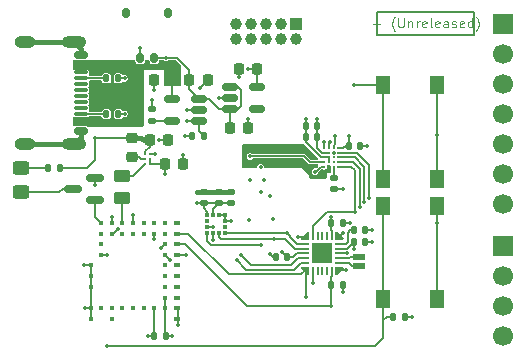
<source format=gbr>
%TF.GenerationSoftware,KiCad,Pcbnew,9.0.1+1*%
%TF.CreationDate,2025-09-07T20:00:31+00:00*%
%TF.ProjectId,ZSWatch-Heartrate-DevKit,5a535761-7463-4682-9d48-656172747261,+ (Unreleased)*%
%TF.SameCoordinates,Original*%
%TF.FileFunction,Copper,L1,Top*%
%TF.FilePolarity,Positive*%
%FSLAX46Y46*%
G04 Gerber Fmt 4.6, Leading zero omitted, Abs format (unit mm)*
G04 Created by KiCad (PCBNEW 9.0.1+1) date 2025-09-07 20:00:31*
%MOMM*%
%LPD*%
G01*
G04 APERTURE LIST*
G04 Aperture macros list*
%AMRoundRect*
0 Rectangle with rounded corners*
0 $1 Rounding radius*
0 $2 $3 $4 $5 $6 $7 $8 $9 X,Y pos of 4 corners*
0 Add a 4 corners polygon primitive as box body*
4,1,4,$2,$3,$4,$5,$6,$7,$8,$9,$2,$3,0*
0 Add four circle primitives for the rounded corners*
1,1,$1+$1,$2,$3*
1,1,$1+$1,$4,$5*
1,1,$1+$1,$6,$7*
1,1,$1+$1,$8,$9*
0 Add four rect primitives between the rounded corners*
20,1,$1+$1,$2,$3,$4,$5,0*
20,1,$1+$1,$4,$5,$6,$7,0*
20,1,$1+$1,$6,$7,$8,$9,0*
20,1,$1+$1,$8,$9,$2,$3,0*%
%AMOutline4P*
0 Free polygon, 4 corners , with rotation*
0 The origin of the aperture is its center*
0 number of corners: always 4*
0 $1 to $8 corner X, Y*
0 $9 Rotation angle, in degrees counterclockwise*
0 create outline with 4 corners*
4,1,4,$1,$2,$3,$4,$5,$6,$7,$8,$1,$2,$9*%
G04 Aperture macros list end*
%TA.AperFunction,NonConductor*%
%ADD10C,0.200000*%
%TD*%
%ADD11C,0.120000*%
%TA.AperFunction,NonConductor*%
%ADD12C,0.120000*%
%TD*%
%TA.AperFunction,SMDPad,CuDef*%
%ADD13RoundRect,0.225000X-0.225000X-0.250000X0.225000X-0.250000X0.225000X0.250000X-0.225000X0.250000X0*%
%TD*%
%TA.AperFunction,SMDPad,CuDef*%
%ADD14RoundRect,0.140000X-0.140000X-0.170000X0.140000X-0.170000X0.140000X0.170000X-0.140000X0.170000X0*%
%TD*%
%TA.AperFunction,SMDPad,CuDef*%
%ADD15RoundRect,0.140000X0.170000X-0.140000X0.170000X0.140000X-0.170000X0.140000X-0.170000X-0.140000X0*%
%TD*%
%TA.AperFunction,SMDPad,CuDef*%
%ADD16RoundRect,0.250000X0.450000X-0.262500X0.450000X0.262500X-0.450000X0.262500X-0.450000X-0.262500X0*%
%TD*%
%TA.AperFunction,BGAPad,CuDef*%
%ADD17C,0.230000*%
%TD*%
%TA.AperFunction,SMDPad,CuDef*%
%ADD18RoundRect,0.150000X-0.425000X0.150000X-0.425000X-0.150000X0.425000X-0.150000X0.425000X0.150000X0*%
%TD*%
%TA.AperFunction,SMDPad,CuDef*%
%ADD19RoundRect,0.075000X-0.500000X0.075000X-0.500000X-0.075000X0.500000X-0.075000X0.500000X0.075000X0*%
%TD*%
%TA.AperFunction,ComponentPad*%
%ADD20O,2.100000X1.000000*%
%TD*%
%TA.AperFunction,ComponentPad*%
%ADD21O,1.800000X1.000000*%
%TD*%
%TA.AperFunction,SMDPad,CuDef*%
%ADD22RoundRect,0.135000X0.135000X0.185000X-0.135000X0.185000X-0.135000X-0.185000X0.135000X-0.185000X0*%
%TD*%
%TA.AperFunction,ComponentPad*%
%ADD23R,1.700000X1.700000*%
%TD*%
%TA.AperFunction,ComponentPad*%
%ADD24C,1.700000*%
%TD*%
%TA.AperFunction,SMDPad,CuDef*%
%ADD25RoundRect,0.135000X0.185000X-0.135000X0.185000X0.135000X-0.185000X0.135000X-0.185000X-0.135000X0*%
%TD*%
%TA.AperFunction,SMDPad,CuDef*%
%ADD26RoundRect,0.140000X0.140000X0.170000X-0.140000X0.170000X-0.140000X-0.170000X0.140000X-0.170000X0*%
%TD*%
%TA.AperFunction,ComponentPad*%
%ADD27R,1.000000X1.000000*%
%TD*%
%TA.AperFunction,ComponentPad*%
%ADD28C,1.000000*%
%TD*%
%TA.AperFunction,SMDPad,CuDef*%
%ADD29RoundRect,0.250000X0.450000X-0.325000X0.450000X0.325000X-0.450000X0.325000X-0.450000X-0.325000X0*%
%TD*%
%TA.AperFunction,SMDPad,CuDef*%
%ADD30R,1.140000X0.575000*%
%TD*%
%TA.AperFunction,SMDPad,CuDef*%
%ADD31R,0.200000X0.700000*%
%TD*%
%TA.AperFunction,SMDPad,CuDef*%
%ADD32Outline4P,-0.360000X-0.180000X0.360000X-0.180000X0.000000X0.180000X0.000000X0.180000X315.000000*%
%TD*%
%TA.AperFunction,SMDPad,CuDef*%
%ADD33R,0.700000X0.200000*%
%TD*%
%TA.AperFunction,SMDPad,CuDef*%
%ADD34Outline4P,-0.360000X-0.180000X0.360000X-0.180000X0.000000X0.180000X0.000000X0.180000X45.000000*%
%TD*%
%TA.AperFunction,SMDPad,CuDef*%
%ADD35Outline4P,-0.360000X-0.180000X0.360000X-0.180000X0.000000X0.180000X0.000000X0.180000X135.000000*%
%TD*%
%TA.AperFunction,SMDPad,CuDef*%
%ADD36Outline4P,-0.360000X-0.180000X0.360000X-0.180000X0.000000X0.180000X0.000000X0.180000X225.000000*%
%TD*%
%TA.AperFunction,SMDPad,CuDef*%
%ADD37R,1.701800X1.701800*%
%TD*%
%TA.AperFunction,SMDPad,CuDef*%
%ADD38RoundRect,0.150000X0.587500X0.150000X-0.587500X0.150000X-0.587500X-0.150000X0.587500X-0.150000X0*%
%TD*%
%TA.AperFunction,SMDPad,CuDef*%
%ADD39R,1.300000X1.500000*%
%TD*%
%TA.AperFunction,SMDPad,CuDef*%
%ADD40R,0.350000X0.375000*%
%TD*%
%TA.AperFunction,SMDPad,CuDef*%
%ADD41R,0.375000X0.350000*%
%TD*%
%TA.AperFunction,SMDPad,CuDef*%
%ADD42RoundRect,0.150000X-0.512500X-0.150000X0.512500X-0.150000X0.512500X0.150000X-0.512500X0.150000X0*%
%TD*%
%TA.AperFunction,SMDPad,CuDef*%
%ADD43RoundRect,0.203200X-0.000010X-0.000010X0.000010X-0.000010X0.000010X0.000010X-0.000010X0.000010X0*%
%TD*%
%TA.AperFunction,SMDPad,CuDef*%
%ADD44R,0.457200X0.406400*%
%TD*%
%TA.AperFunction,SMDPad,CuDef*%
%ADD45R,0.463000X0.406400*%
%TD*%
%TA.AperFunction,SMDPad,CuDef*%
%ADD46RoundRect,0.225000X0.225000X0.250000X-0.225000X0.250000X-0.225000X-0.250000X0.225000X-0.250000X0*%
%TD*%
%TA.AperFunction,SMDPad,CuDef*%
%ADD47RoundRect,0.140000X-0.170000X0.140000X-0.170000X-0.140000X0.170000X-0.140000X0.170000X0.140000X0*%
%TD*%
%TA.AperFunction,SMDPad,CuDef*%
%ADD48RoundRect,0.135000X-0.135000X-0.185000X0.135000X-0.185000X0.135000X0.185000X-0.135000X0.185000X0*%
%TD*%
%TA.AperFunction,SMDPad,CuDef*%
%ADD49RoundRect,0.150000X0.512500X0.150000X-0.512500X0.150000X-0.512500X-0.150000X0.512500X-0.150000X0*%
%TD*%
%TA.AperFunction,SMDPad,CuDef*%
%ADD50RoundRect,0.218750X-0.256250X0.218750X-0.256250X-0.218750X0.256250X-0.218750X0.256250X0.218750X0*%
%TD*%
%TA.AperFunction,SMDPad,CuDef*%
%ADD51RoundRect,0.150000X0.150000X0.275000X-0.150000X0.275000X-0.150000X-0.275000X0.150000X-0.275000X0*%
%TD*%
%TA.AperFunction,SMDPad,CuDef*%
%ADD52RoundRect,0.175000X0.175000X0.225000X-0.175000X0.225000X-0.175000X-0.225000X0.175000X-0.225000X0*%
%TD*%
%TA.AperFunction,SMDPad,CuDef*%
%ADD53C,0.250000*%
%TD*%
%TA.AperFunction,ViaPad*%
%ADD54C,0.350000*%
%TD*%
%TA.AperFunction,Conductor*%
%ADD55C,0.200000*%
%TD*%
%TA.AperFunction,Conductor*%
%ADD56C,0.150000*%
%TD*%
%TA.AperFunction,Conductor*%
%ADD57C,0.400000*%
%TD*%
G04 APERTURE END LIST*
D10*
X215100000Y-137200000D02*
X223300000Y-137200000D01*
X223300000Y-139100000D01*
X215100000Y-139100000D01*
X215100000Y-137200000D01*
D11*
D12*
X214742857Y-138159093D02*
X215352381Y-138159093D01*
X215047619Y-138463855D02*
X215047619Y-137854331D01*
X216571428Y-138768617D02*
X216533333Y-138730521D01*
X216533333Y-138730521D02*
X216457142Y-138616236D01*
X216457142Y-138616236D02*
X216419047Y-138540045D01*
X216419047Y-138540045D02*
X216380952Y-138425760D01*
X216380952Y-138425760D02*
X216342857Y-138235283D01*
X216342857Y-138235283D02*
X216342857Y-138082902D01*
X216342857Y-138082902D02*
X216380952Y-137892426D01*
X216380952Y-137892426D02*
X216419047Y-137778140D01*
X216419047Y-137778140D02*
X216457142Y-137701950D01*
X216457142Y-137701950D02*
X216533333Y-137587664D01*
X216533333Y-137587664D02*
X216571428Y-137549569D01*
X216876190Y-137663855D02*
X216876190Y-138311474D01*
X216876190Y-138311474D02*
X216914285Y-138387664D01*
X216914285Y-138387664D02*
X216952380Y-138425760D01*
X216952380Y-138425760D02*
X217028571Y-138463855D01*
X217028571Y-138463855D02*
X217180952Y-138463855D01*
X217180952Y-138463855D02*
X217257142Y-138425760D01*
X217257142Y-138425760D02*
X217295237Y-138387664D01*
X217295237Y-138387664D02*
X217333333Y-138311474D01*
X217333333Y-138311474D02*
X217333333Y-137663855D01*
X217714285Y-137930521D02*
X217714285Y-138463855D01*
X217714285Y-138006712D02*
X217752380Y-137968617D01*
X217752380Y-137968617D02*
X217828570Y-137930521D01*
X217828570Y-137930521D02*
X217942856Y-137930521D01*
X217942856Y-137930521D02*
X218019047Y-137968617D01*
X218019047Y-137968617D02*
X218057142Y-138044807D01*
X218057142Y-138044807D02*
X218057142Y-138463855D01*
X218438095Y-138463855D02*
X218438095Y-137930521D01*
X218438095Y-138082902D02*
X218476190Y-138006712D01*
X218476190Y-138006712D02*
X218514285Y-137968617D01*
X218514285Y-137968617D02*
X218590476Y-137930521D01*
X218590476Y-137930521D02*
X218666666Y-137930521D01*
X219238095Y-138425760D02*
X219161904Y-138463855D01*
X219161904Y-138463855D02*
X219009523Y-138463855D01*
X219009523Y-138463855D02*
X218933333Y-138425760D01*
X218933333Y-138425760D02*
X218895237Y-138349569D01*
X218895237Y-138349569D02*
X218895237Y-138044807D01*
X218895237Y-138044807D02*
X218933333Y-137968617D01*
X218933333Y-137968617D02*
X219009523Y-137930521D01*
X219009523Y-137930521D02*
X219161904Y-137930521D01*
X219161904Y-137930521D02*
X219238095Y-137968617D01*
X219238095Y-137968617D02*
X219276190Y-138044807D01*
X219276190Y-138044807D02*
X219276190Y-138120998D01*
X219276190Y-138120998D02*
X218895237Y-138197188D01*
X219733332Y-138463855D02*
X219657142Y-138425760D01*
X219657142Y-138425760D02*
X219619047Y-138349569D01*
X219619047Y-138349569D02*
X219619047Y-137663855D01*
X220342857Y-138425760D02*
X220266666Y-138463855D01*
X220266666Y-138463855D02*
X220114285Y-138463855D01*
X220114285Y-138463855D02*
X220038095Y-138425760D01*
X220038095Y-138425760D02*
X219999999Y-138349569D01*
X219999999Y-138349569D02*
X219999999Y-138044807D01*
X219999999Y-138044807D02*
X220038095Y-137968617D01*
X220038095Y-137968617D02*
X220114285Y-137930521D01*
X220114285Y-137930521D02*
X220266666Y-137930521D01*
X220266666Y-137930521D02*
X220342857Y-137968617D01*
X220342857Y-137968617D02*
X220380952Y-138044807D01*
X220380952Y-138044807D02*
X220380952Y-138120998D01*
X220380952Y-138120998D02*
X219999999Y-138197188D01*
X221066666Y-138463855D02*
X221066666Y-138044807D01*
X221066666Y-138044807D02*
X221028571Y-137968617D01*
X221028571Y-137968617D02*
X220952380Y-137930521D01*
X220952380Y-137930521D02*
X220799999Y-137930521D01*
X220799999Y-137930521D02*
X220723809Y-137968617D01*
X221066666Y-138425760D02*
X220990475Y-138463855D01*
X220990475Y-138463855D02*
X220799999Y-138463855D01*
X220799999Y-138463855D02*
X220723809Y-138425760D01*
X220723809Y-138425760D02*
X220685713Y-138349569D01*
X220685713Y-138349569D02*
X220685713Y-138273379D01*
X220685713Y-138273379D02*
X220723809Y-138197188D01*
X220723809Y-138197188D02*
X220799999Y-138159093D01*
X220799999Y-138159093D02*
X220990475Y-138159093D01*
X220990475Y-138159093D02*
X221066666Y-138120998D01*
X221409523Y-138425760D02*
X221485714Y-138463855D01*
X221485714Y-138463855D02*
X221638095Y-138463855D01*
X221638095Y-138463855D02*
X221714285Y-138425760D01*
X221714285Y-138425760D02*
X221752381Y-138349569D01*
X221752381Y-138349569D02*
X221752381Y-138311474D01*
X221752381Y-138311474D02*
X221714285Y-138235283D01*
X221714285Y-138235283D02*
X221638095Y-138197188D01*
X221638095Y-138197188D02*
X221523809Y-138197188D01*
X221523809Y-138197188D02*
X221447619Y-138159093D01*
X221447619Y-138159093D02*
X221409523Y-138082902D01*
X221409523Y-138082902D02*
X221409523Y-138044807D01*
X221409523Y-138044807D02*
X221447619Y-137968617D01*
X221447619Y-137968617D02*
X221523809Y-137930521D01*
X221523809Y-137930521D02*
X221638095Y-137930521D01*
X221638095Y-137930521D02*
X221714285Y-137968617D01*
X222400000Y-138425760D02*
X222323809Y-138463855D01*
X222323809Y-138463855D02*
X222171428Y-138463855D01*
X222171428Y-138463855D02*
X222095238Y-138425760D01*
X222095238Y-138425760D02*
X222057142Y-138349569D01*
X222057142Y-138349569D02*
X222057142Y-138044807D01*
X222057142Y-138044807D02*
X222095238Y-137968617D01*
X222095238Y-137968617D02*
X222171428Y-137930521D01*
X222171428Y-137930521D02*
X222323809Y-137930521D01*
X222323809Y-137930521D02*
X222400000Y-137968617D01*
X222400000Y-137968617D02*
X222438095Y-138044807D01*
X222438095Y-138044807D02*
X222438095Y-138120998D01*
X222438095Y-138120998D02*
X222057142Y-138197188D01*
X223123809Y-138463855D02*
X223123809Y-137663855D01*
X223123809Y-138425760D02*
X223047618Y-138463855D01*
X223047618Y-138463855D02*
X222895237Y-138463855D01*
X222895237Y-138463855D02*
X222819047Y-138425760D01*
X222819047Y-138425760D02*
X222780952Y-138387664D01*
X222780952Y-138387664D02*
X222742856Y-138311474D01*
X222742856Y-138311474D02*
X222742856Y-138082902D01*
X222742856Y-138082902D02*
X222780952Y-138006712D01*
X222780952Y-138006712D02*
X222819047Y-137968617D01*
X222819047Y-137968617D02*
X222895237Y-137930521D01*
X222895237Y-137930521D02*
X223047618Y-137930521D01*
X223047618Y-137930521D02*
X223123809Y-137968617D01*
X223428571Y-138768617D02*
X223466666Y-138730521D01*
X223466666Y-138730521D02*
X223542857Y-138616236D01*
X223542857Y-138616236D02*
X223580952Y-138540045D01*
X223580952Y-138540045D02*
X223619047Y-138425760D01*
X223619047Y-138425760D02*
X223657143Y-138235283D01*
X223657143Y-138235283D02*
X223657143Y-138082902D01*
X223657143Y-138082902D02*
X223619047Y-137892426D01*
X223619047Y-137892426D02*
X223580952Y-137778140D01*
X223580952Y-137778140D02*
X223542857Y-137701950D01*
X223542857Y-137701950D02*
X223466666Y-137587664D01*
X223466666Y-137587664D02*
X223428571Y-137549569D01*
D13*
%TO.P,C401,1*%
%TO.N,/Project Architecture/Main/V_{BAT}*%
X195850000Y-148025000D03*
%TO.P,C401,2*%
%TO.N,GND*%
X197400000Y-148025000D03*
%TD*%
D14*
%TO.P,C412,1*%
%TO.N,/Project Architecture/Main/V_{LED}*%
X212700000Y-148475000D03*
%TO.P,C412,2*%
%TO.N,GND*%
X213660000Y-148475000D03*
%TD*%
D15*
%TO.P,C416,1*%
%TO.N,+1V8*%
X200400000Y-153335000D03*
%TO.P,C416,2*%
%TO.N,GND*%
X200400000Y-152375000D03*
%TD*%
D16*
%TO.P,R403,1*%
%TO.N,Net-(M401-P0.01)*%
X193510000Y-152887500D03*
%TO.P,R403,2*%
%TO.N,/Project Architecture/Main/ENABLE_{LED}*%
X193510000Y-151062500D03*
%TD*%
D17*
%TO.P,IC402,A1,IN*%
%TO.N,/Project Architecture/Main/V_{BAT}*%
X195450000Y-149225000D03*
%TO.P,IC402,A2,GND*%
%TO.N,GND*%
X195850000Y-149225000D03*
%TO.P,IC402,B1,L*%
%TO.N,Net-(IC402-L)*%
X195450000Y-149625000D03*
%TO.P,IC402,B2,OUT*%
%TO.N,/Project Architecture/Main/V_{LED}*%
X195850000Y-149625000D03*
%TO.P,IC402,C1,EN*%
%TO.N,/Project Architecture/Main/ENABLE_{LED}*%
X195450000Y-150025000D03*
%TO.P,IC402,C2,FB*%
%TO.N,/Project Architecture/Main/V_{LED}*%
X195850000Y-150025000D03*
%TD*%
D18*
%TO.P,X401,A1,GND*%
%TO.N,GND*%
X190005000Y-140830000D03*
%TO.P,X401,A4,VBUS*%
%TO.N,Net-(IC403-V_{DD})*%
X190005000Y-141630000D03*
D19*
%TO.P,X401,A5,CC1*%
%TO.N,Net-(X401-CC1)*%
X190005000Y-142780000D03*
%TO.P,X401,A6,D+*%
%TO.N,unconnected-(X401-D+-PadA6)*%
X190005000Y-143780000D03*
%TO.P,X401,A7,D-*%
%TO.N,unconnected-(X401-D--PadA7)*%
X190005000Y-144280000D03*
%TO.P,X401,A8*%
%TO.N,N/C*%
X190005000Y-145280000D03*
D18*
%TO.P,X401,A9,VBUS*%
%TO.N,Net-(IC403-V_{DD})*%
X190005000Y-146430000D03*
%TO.P,X401,A12,GND*%
%TO.N,GND*%
X190005000Y-147230000D03*
%TO.P,X401,B1,GND*%
X190005000Y-147230000D03*
%TO.P,X401,B4,VBUS*%
%TO.N,Net-(IC403-V_{DD})*%
X190005000Y-146430000D03*
D19*
%TO.P,X401,B5,CC2*%
%TO.N,Net-(X401-CC2)*%
X190005000Y-145780000D03*
%TO.P,X401,B6,D+*%
%TO.N,unconnected-(X401-D+-PadB6)*%
X190005000Y-144780000D03*
%TO.P,X401,B7,D-*%
%TO.N,unconnected-(X401-D--PadB7)*%
X190005000Y-143280000D03*
%TO.P,X401,B8*%
%TO.N,N/C*%
X190005000Y-142280000D03*
D18*
%TO.P,X401,B9,VBUS*%
%TO.N,Net-(IC403-V_{DD})*%
X190005000Y-141630000D03*
%TO.P,X401,B12,GND*%
%TO.N,GND*%
X190005000Y-140830000D03*
D20*
%TO.P,X401,S1,SHIELD*%
X189430000Y-139710000D03*
D21*
X185250000Y-139710000D03*
D20*
X189430000Y-148350000D03*
D21*
X185250000Y-148350000D03*
%TD*%
D22*
%TO.P,R401,1*%
%TO.N,/Project Architecture/Main/V_{BAT}*%
X188210000Y-150350000D03*
%TO.P,R401,2*%
%TO.N,Net-(D401-A)*%
X187190000Y-150350000D03*
%TD*%
%TO.P,R409,1*%
%TO.N,+1V8*%
X212210000Y-155000000D03*
%TO.P,R409,2*%
%TO.N,Net-(IC404-INT_{PPG})*%
X211190000Y-155000000D03*
%TD*%
D23*
%TO.P,J402,1,Pin_1*%
%TO.N,GND*%
X225700000Y-138135000D03*
D24*
%TO.P,J402,2,Pin_2*%
%TO.N,Net-(IC404-SCLK_{SENSOR})*%
X225700000Y-140675000D03*
%TO.P,J402,3,Pin_3*%
%TO.N,Net-(IC404-MISO_{SENSOR})*%
X225700000Y-143215000D03*
%TO.P,J402,4,Pin_4*%
%TO.N,Net-(IC404-MOSI_{SENSOR})*%
X225700000Y-145755000D03*
%TO.P,J402,5,Pin_5*%
%TO.N,Net-(IC404-CS_{PPG})*%
X225700000Y-148295000D03*
%TO.P,J402,6,Pin_6*%
%TO.N,Net-(IC404-CS_{ACC})*%
X225700000Y-150835000D03*
%TO.P,J402,7,Pin_7*%
%TO.N,/Project Architecture/Main/STATUS*%
X225700000Y-153375000D03*
%TD*%
D14*
%TO.P,C410,1*%
%TO.N,Net-(IC404-V_{CORE})*%
X213100000Y-155650000D03*
%TO.P,C410,2*%
%TO.N,GND*%
X214060000Y-155650000D03*
%TD*%
D25*
%TO.P,R406,1*%
%TO.N,Net-(IC403-PROG)*%
X196000000Y-146400000D03*
%TO.P,R406,2*%
%TO.N,GND*%
X196000000Y-145380000D03*
%TD*%
D15*
%TO.P,C411,1*%
%TO.N,+1V8*%
X201700000Y-153335000D03*
%TO.P,C411,2*%
%TO.N,GND*%
X201700000Y-152375000D03*
%TD*%
D14*
%TO.P,C408,1*%
%TO.N,+1V8*%
X213090000Y-156650000D03*
%TO.P,C408,2*%
%TO.N,GND*%
X214050000Y-156650000D03*
%TD*%
D26*
%TO.P,C409,1*%
%TO.N,+1V8*%
X207480000Y-157925000D03*
%TO.P,C409,2*%
%TO.N,GND*%
X206520000Y-157925000D03*
%TD*%
D23*
%TO.P,J401,1,Pin_1*%
%TO.N,/Project Architecture/Main/SDA*%
X225700000Y-156975000D03*
D24*
%TO.P,J401,2,Pin_2*%
%TO.N,/Project Architecture/Main/SCL*%
X225700000Y-159515000D03*
%TO.P,J401,3,Pin_3*%
%TO.N,/Project Architecture/Main/~{RESET_{HR}}*%
X225700000Y-162055000D03*
%TO.P,J401,4,Pin_4*%
%TO.N,GND*%
X225700000Y-164595000D03*
%TD*%
D27*
%TO.P,X403,1,VTref*%
%TO.N,+1V8*%
X208200000Y-138200000D03*
D28*
%TO.P,X403,2,SWDIO/TMS*%
%TO.N,/Project Architecture/Main/SWDIO*%
X208200000Y-139470000D03*
%TO.P,X403,3,GND*%
%TO.N,GND*%
X206930000Y-138200000D03*
%TO.P,X403,4,SWCLK/TCK*%
%TO.N,/Project Architecture/Main/SWDCLK*%
X206930000Y-139470000D03*
%TO.P,X403,5,GND*%
%TO.N,GND*%
X205660000Y-138200000D03*
%TO.P,X403,6,SWO/TDO*%
%TO.N,unconnected-(X403-SWO{slash}TDO-Pad6)*%
X205660000Y-139470000D03*
%TO.P,X403,7,KEY*%
%TO.N,unconnected-(X403-KEY-Pad7)*%
X204390000Y-138200000D03*
%TO.P,X403,8,NC/TDI*%
%TO.N,unconnected-(X403-NC{slash}TDI-Pad8)*%
X204390000Y-139470000D03*
%TO.P,X403,9,GNDDetect*%
%TO.N,unconnected-(X403-GNDDetect-Pad9)*%
X203120000Y-138200000D03*
%TO.P,X403,10,~{RESET}*%
%TO.N,/Project Architecture/Main/~{RESET}*%
X203120000Y-139470000D03*
%TD*%
D29*
%TO.P,D401,1,K*%
%TO.N,Net-(D401-K)*%
X184900000Y-152400000D03*
%TO.P,D401,2,A*%
%TO.N,Net-(D401-A)*%
X184900000Y-150350000D03*
%TD*%
D30*
%TO.P,Y401,1,1*%
%TO.N,Net-(IC404-32k_{OUT})*%
X213500000Y-158687500D03*
%TO.P,Y401,2,2*%
%TO.N,Net-(IC404-32k_{IN})*%
X213500000Y-157862500D03*
%TD*%
D26*
%TO.P,C417,1*%
%TO.N,+1V8*%
X209980000Y-146775000D03*
%TO.P,C417,2*%
%TO.N,GND*%
X209020000Y-146775000D03*
%TD*%
D31*
%TO.P,IC404,1,MFIO*%
%TO.N,/Project Architecture/Main/STATUS*%
X209230000Y-159050000D03*
D32*
X209010000Y-159020000D03*
D33*
X208980000Y-158800000D03*
D31*
%TO.P,IC404,2,CS_{ACC}*%
%TO.N,Net-(IC404-CS_{ACC})*%
X209630000Y-159050000D03*
%TO.P,IC404,3*%
%TO.N,N/C*%
X210030000Y-159050000D03*
%TO.P,IC404,4*%
X210430000Y-159050000D03*
%TO.P,IC404,5*%
X210830000Y-159050000D03*
%TO.P,IC404,6,~{RESET}*%
%TO.N,/Project Architecture/Main/~{RESET_{HR}}*%
X211230000Y-159050000D03*
%TO.P,IC404,7,GND*%
%TO.N,GND*%
X211630000Y-159050000D03*
D34*
X211850000Y-159020000D03*
D33*
X211880000Y-158800000D03*
%TO.P,IC404,8,32k_{OUT}*%
%TO.N,Net-(IC404-32k_{OUT})*%
X211880000Y-158400000D03*
%TO.P,IC404,9,32k_{IN}*%
%TO.N,Net-(IC404-32k_{IN})*%
X211880000Y-158000000D03*
%TO.P,IC404,10,GND*%
%TO.N,GND*%
X211880000Y-157600000D03*
%TO.P,IC404,11,V_{DD}*%
%TO.N,+1V8*%
X211880000Y-157200000D03*
%TO.P,IC404,12,V_{CORE}*%
%TO.N,Net-(IC404-V_{CORE})*%
X211880000Y-156800000D03*
%TO.P,IC404,13,INT_{ACC}*%
%TO.N,/Project Architecture/Main/INT_{ACC}*%
X211880000Y-156400000D03*
D35*
X211850000Y-156180000D03*
D31*
X211630000Y-156150000D03*
%TO.P,IC404,14,INT_{PPG}*%
%TO.N,Net-(IC404-INT_{PPG})*%
X211230000Y-156150000D03*
%TO.P,IC404,15*%
%TO.N,N/C*%
X210830000Y-156150000D03*
%TO.P,IC404,16*%
X210430000Y-156150000D03*
%TO.P,IC404,17*%
X210030000Y-156150000D03*
%TO.P,IC404,18,CS_{PPG}*%
%TO.N,Net-(IC404-CS_{PPG})*%
X209630000Y-156150000D03*
D33*
%TO.P,IC404,19,SCLK_{SENSOR}*%
%TO.N,Net-(IC404-SCLK_{SENSOR})*%
X208980000Y-156400000D03*
D36*
X209010000Y-156180000D03*
D31*
X209230000Y-156150000D03*
D33*
%TO.P,IC404,20,MOSI_{SENSOR}*%
%TO.N,Net-(IC404-MOSI_{SENSOR})*%
X208980000Y-156800000D03*
%TO.P,IC404,21,MISO_{SENSOR}*%
%TO.N,Net-(IC404-MISO_{SENSOR})*%
X208980000Y-157200000D03*
%TO.P,IC404,22,V_{DD}*%
%TO.N,+1V8*%
X208980000Y-157600000D03*
%TO.P,IC404,23,SDA*%
%TO.N,/Project Architecture/Main/SDA*%
X208980000Y-158000000D03*
%TO.P,IC404,24,SCL*%
%TO.N,/Project Architecture/Main/SCL*%
X208980000Y-158400000D03*
D37*
%TO.P,IC404,25*%
%TO.N,N/C*%
X210430000Y-157600000D03*
%TD*%
D38*
%TO.P,Q401,1,G*%
%TO.N,Net-(M401-P0.02)*%
X191200000Y-153075000D03*
%TO.P,Q401,2,S*%
%TO.N,GND*%
X191200000Y-151175000D03*
%TO.P,Q401,3,D*%
%TO.N,Net-(D401-K)*%
X189325000Y-152125000D03*
%TD*%
D26*
%TO.P,C406,1*%
%TO.N,+1V8*%
X197180000Y-164600000D03*
%TO.P,C406,2*%
%TO.N,GND*%
X196220000Y-164600000D03*
%TD*%
D22*
%TO.P,R405,1*%
%TO.N,GND*%
X193160000Y-145780000D03*
%TO.P,R405,2*%
%TO.N,Net-(X401-CC2)*%
X192140000Y-145780000D03*
%TD*%
D39*
%TO.P,SW401,1,1*%
%TO.N,/Project Architecture/Main/~{RESET}*%
X215600000Y-161500000D03*
%TO.P,SW401,2,2*%
%TO.N,GND*%
X220100000Y-161500000D03*
%TO.P,SW401,3,3*%
%TO.N,/Project Architecture/Main/~{RESET}*%
X215600000Y-153550000D03*
%TO.P,SW401,4,4*%
%TO.N,GND*%
X220100000Y-153550000D03*
%TD*%
D40*
%TO.P,IC406,1,SCL/SCLK*%
%TO.N,Net-(IC404-SCLK_{SENSOR})*%
X200687500Y-155867500D03*
%TO.P,IC406,2,CS*%
%TO.N,Net-(IC404-CS_{ACC})*%
X201187500Y-155867500D03*
%TO.P,IC406,3,SDO/ADDR0*%
%TO.N,Net-(IC404-MISO_{SENSOR})*%
X201687500Y-155867500D03*
%TO.P,IC406,4,SDA/SDI/SDO*%
%TO.N,Net-(IC404-MOSI_{SENSOR})*%
X202187500Y-155867500D03*
D41*
%TO.P,IC406,5,NC*%
%TO.N,unconnected-(IC406-NC-Pad5)*%
X202200000Y-155355000D03*
%TO.P,IC406,6,GND*%
%TO.N,GND*%
X202200000Y-154855000D03*
D40*
%TO.P,IC406,7,RES*%
X202187500Y-154342500D03*
%TO.P,IC406,8,GND*%
X201687500Y-154342500D03*
%TO.P,IC406,9,VDD*%
%TO.N,+1V8*%
X201187500Y-154342500D03*
%TO.P,IC406,10,VDD_{IO}*%
X200687500Y-154342500D03*
D41*
%TO.P,IC406,11,INT2*%
%TO.N,unconnected-(IC406-INT2-Pad11)*%
X200675000Y-154855000D03*
%TO.P,IC406,12,INT1*%
%TO.N,/Project Architecture/Main/INT_{ACC}*%
X200675000Y-155355000D03*
%TD*%
D15*
%TO.P,C414,1*%
%TO.N,+1V8*%
X202700000Y-153335000D03*
%TO.P,C414,2*%
%TO.N,GND*%
X202700000Y-152375000D03*
%TD*%
D42*
%TO.P,IC401,1,IN*%
%TO.N,/Project Architecture/Main/V_{BAT}*%
X202625000Y-143500000D03*
%TO.P,IC401,2,GND*%
%TO.N,GND*%
X202625000Y-144450000D03*
%TO.P,IC401,3,EN*%
%TO.N,/Project Architecture/Main/V_{BAT}*%
X202625000Y-145400000D03*
%TO.P,IC401,4,FLG*%
%TO.N,unconnected-(IC401-FLG-Pad4)*%
X204900000Y-145400000D03*
%TO.P,IC401,5,OUT*%
%TO.N,+1V8*%
X204900000Y-143500000D03*
%TD*%
D43*
%TO.P,M401,A1,GND*%
%TO.N,GND*%
X190817600Y-163113600D03*
%TO.P,M401,A3,P1.09*%
%TO.N,unconnected-(M401-P1.09-PadA3)*%
X192621000Y-163113600D03*
%TO.P,M401,A9,GND*%
%TO.N,GND*%
X198005800Y-163113600D03*
D44*
X198234400Y-163113600D03*
D43*
%TO.P,M401,B1,GND*%
X190817600Y-162224600D03*
%TO.P,M401,B2,P1.10*%
%TO.N,unconnected-(M401-P1.10-PadB2)*%
X191706600Y-162224600D03*
%TO.P,M401,B3,P1.11/AIN4*%
%TO.N,unconnected-(M401-P1.11{slash}AIN4-PadB3)*%
X192621000Y-162224600D03*
%TO.P,M401,B4,P1.12/AIN5*%
%TO.N,unconnected-(M401-P1.12{slash}AIN5-PadB4)*%
X193510000Y-162224600D03*
%TO.P,M401,B5,P1.13/AIN6*%
%TO.N,unconnected-(M401-P1.13{slash}AIN6-PadB5)*%
X194399000Y-162224600D03*
%TO.P,M401,B6,P1.14/AIN7*%
%TO.N,unconnected-(M401-P1.14{slash}AIN7-PadB6)*%
X195313400Y-162224600D03*
%TO.P,M401,B7,GND*%
%TO.N,GND*%
X196202400Y-162224600D03*
%TO.P,M401,B8,VDD*%
%TO.N,+1V8*%
X197116800Y-162224600D03*
%TO.P,M401,B9,GND*%
%TO.N,GND*%
X198005800Y-162224600D03*
D44*
X198234400Y-162224600D03*
D43*
%TO.P,M401,C8,VDD*%
%TO.N,+1V8*%
X197116800Y-161335600D03*
%TO.P,M401,C9,P1.01/32K*%
%TO.N,unconnected-(M401-P1.01{slash}32K-PadC9)*%
X198005800Y-161335600D03*
D44*
%TO.N,unconnected-(M401-P1.01{slash}32K-PadC9)_1*%
X198234400Y-161335600D03*
D43*
%TO.P,M401,D1,GND*%
%TO.N,GND*%
X190817600Y-160421200D03*
%TO.P,M401,D8,P1.00/32K*%
%TO.N,unconnected-(M401-P1.00{slash}32K-PadD8)*%
X197116800Y-160421200D03*
%TO.P,M401,D9,P1.02/NFC1*%
%TO.N,unconnected-(M401-P1.02{slash}NFC1-PadD9)*%
X198005800Y-160421200D03*
D44*
%TO.N,unconnected-(M401-P1.02{slash}NFC1-PadD9)_1*%
X198234400Y-160421200D03*
D43*
%TO.P,M401,E1,GND*%
%TO.N,GND*%
X190817600Y-159532200D03*
%TO.P,M401,E8,P1.03/NFC2*%
%TO.N,unconnected-(M401-P1.03{slash}NFC2-PadE8)*%
X197116800Y-159532200D03*
%TO.P,M401,E9,P1.04/AIN0*%
%TO.N,unconnected-(M401-P1.04{slash}AIN0-PadE9)_1*%
X198005800Y-159532200D03*
D44*
%TO.N,unconnected-(M401-P1.04{slash}AIN0-PadE9)*%
X198234400Y-159532200D03*
D43*
%TO.P,M401,F1,GND*%
%TO.N,GND*%
X190817600Y-158617800D03*
%TO.P,M401,F8,P1.05/AIN1*%
%TO.N,unconnected-(M401-P1.05{slash}AIN1-PadF8)*%
X197116800Y-158617800D03*
%TO.P,M401,F9,P1.06/AIN2*%
%TO.N,unconnected-(M401-P1.06{slash}AIN2-PadF9)*%
X198005800Y-158617800D03*
D44*
%TO.N,unconnected-(M401-P1.06{slash}AIN2-PadF9)_1*%
X198234400Y-158617800D03*
D43*
%TO.P,M401,G2,~{RESET}*%
%TO.N,/Project Architecture/Main/~{RESET}*%
X191706600Y-157728800D03*
%TO.P,M401,G8,P1.08*%
%TO.N,/Project Architecture/Main/SCL*%
X197116800Y-157728800D03*
%TO.P,M401,G9,P1.07/AIN3*%
%TO.N,/Project Architecture/Main/SDA*%
X198005800Y-157728800D03*
D44*
X198234400Y-157728800D03*
D43*
%TO.P,M401,H2,P0.04*%
%TO.N,unconnected-(M401-P0.04-PadH2)*%
X191706600Y-156814400D03*
%TO.P,M401,H8,GND*%
%TO.N,GND*%
X197116800Y-156814400D03*
%TO.P,M401,H9,P2.00*%
%TO.N,/Project Architecture/Main/~{RESET_{HR}}*%
X198005800Y-156814400D03*
D44*
X198234400Y-156814400D03*
D43*
%TO.P,M401,J2,P0.03*%
%TO.N,unconnected-(M401-P0.03-PadJ2)*%
X191706600Y-155925400D03*
%TO.P,M401,J3,SWDIO*%
%TO.N,/Project Architecture/Main/SWDIO*%
X192621000Y-155925400D03*
%TO.P,M401,J4,P0.00*%
%TO.N,unconnected-(M401-P0.00-PadJ4)*%
X193510000Y-155925400D03*
%TO.P,M401,J5,P2.09*%
%TO.N,unconnected-(M401-P2.09-PadJ5)*%
X194399000Y-155925400D03*
%TO.P,M401,J6,P2.07*%
%TO.N,unconnected-(M401-P2.07-PadJ6)*%
X195313400Y-155925400D03*
%TO.P,M401,J7,P2.03*%
%TO.N,Net-(M401-P2.03)*%
X196202400Y-155925400D03*
%TO.P,M401,J8,P2.02*%
%TO.N,unconnected-(M401-P2.02-PadJ8)*%
X197116800Y-155925400D03*
%TO.P,M401,J9,P2.01*%
%TO.N,/Project Architecture/Main/STATUS*%
X198005800Y-155925400D03*
D44*
X198234400Y-155925400D03*
D43*
%TO.P,M401,K2,P0.02*%
%TO.N,Net-(M401-P0.02)*%
X191706600Y-155036400D03*
%TO.P,M401,K3,SWDCLK*%
%TO.N,/Project Architecture/Main/SWDCLK*%
X192621000Y-155036400D03*
%TO.P,M401,K4,P0.01*%
%TO.N,Net-(M401-P0.01)*%
X193510000Y-155036400D03*
%TO.P,M401,K5,P2.10*%
%TO.N,/Project Architecture/Main/CHARGE*%
X194399000Y-155036400D03*
%TO.P,M401,K6,P2.08*%
%TO.N,unconnected-(M401-P2.08-PadK6)*%
X195313400Y-155036400D03*
%TO.P,M401,K7,P2.06*%
%TO.N,unconnected-(M401-P2.06-PadK7)*%
X196202400Y-155036400D03*
%TO.P,M401,K8,P2.05*%
%TO.N,unconnected-(M401-P2.05-PadK8)*%
X197116800Y-155036400D03*
%TO.P,M401,K9,P2.04*%
%TO.N,unconnected-(M401-P2.04-PadK9)*%
X198005800Y-155036400D03*
D45*
%TO.N,unconnected-(M401-P2.04-PadK9)_1*%
X198231500Y-155036400D03*
%TD*%
D22*
%TO.P,R407,1*%
%TO.N,/Project Architecture/Main/CHARGE*%
X200410000Y-147675000D03*
%TO.P,R407,2*%
%TO.N,+1V8*%
X199390000Y-147675000D03*
%TD*%
D46*
%TO.P,C404,1*%
%TO.N,+1V8*%
X204900000Y-141950000D03*
%TO.P,C404,2*%
%TO.N,GND*%
X203350000Y-141950000D03*
%TD*%
D13*
%TO.P,C407,1*%
%TO.N,/Project Architecture/Main/V_{BAT}*%
X199175000Y-142950000D03*
%TO.P,C407,2*%
%TO.N,GND*%
X200725000Y-142950000D03*
%TD*%
D47*
%TO.P,C413,1*%
%TO.N,Net-(IC405-V_{REF})*%
X211400000Y-151215000D03*
%TO.P,C413,2*%
%TO.N,GND*%
X211400000Y-152175000D03*
%TD*%
D22*
%TO.P,R402,1*%
%TO.N,+1V8*%
X217410000Y-162975000D03*
%TO.P,R402,2*%
%TO.N,/Project Architecture/Main/~{RESET}*%
X216390000Y-162975000D03*
%TD*%
D26*
%TO.P,C415,1*%
%TO.N,+1V8*%
X209980000Y-147775000D03*
%TO.P,C415,2*%
%TO.N,GND*%
X209020000Y-147775000D03*
%TD*%
D39*
%TO.P,SW402,1,1*%
%TO.N,GND*%
X220100000Y-143325000D03*
%TO.P,SW402,2,2*%
%TO.N,Net-(M401-P2.03)*%
X215600000Y-143325000D03*
%TO.P,SW402,3,3*%
%TO.N,GND*%
X220100000Y-151275000D03*
%TO.P,SW402,4,4*%
%TO.N,Net-(M401-P2.03)*%
X215600000Y-151275000D03*
%TD*%
D48*
%TO.P,R404,1*%
%TO.N,Net-(X401-CC1)*%
X192140000Y-142780000D03*
%TO.P,R404,2*%
%TO.N,GND*%
X193160000Y-142780000D03*
%TD*%
D49*
%TO.P,IC403,1,STAT*%
%TO.N,/Project Architecture/Main/CHARGE*%
X199975000Y-146400000D03*
%TO.P,IC403,2,V_{SS}*%
%TO.N,GND*%
X199975000Y-145450000D03*
%TO.P,IC403,3,V_{BAT}*%
%TO.N,/Project Architecture/Main/V_{BAT}*%
X199975000Y-144500000D03*
%TO.P,IC403,4,V_{DD}*%
%TO.N,Net-(IC403-V_{DD})*%
X197700000Y-144500000D03*
%TO.P,IC403,5,PROG*%
%TO.N,Net-(IC403-PROG)*%
X197700000Y-146400000D03*
%TD*%
D50*
%TO.P,L401,1,1*%
%TO.N,/Project Architecture/Main/V_{BAT}*%
X194350000Y-147837500D03*
%TO.P,L401,2,2*%
%TO.N,Net-(IC402-L)*%
X194350000Y-149412500D03*
%TD*%
D48*
%TO.P,R408,1*%
%TO.N,/Project Architecture/Main/~{RESET_{HR}}*%
X211190000Y-160300000D03*
%TO.P,R408,2*%
%TO.N,GND*%
X212210000Y-160300000D03*
%TD*%
D13*
%TO.P,C403,1*%
%TO.N,/Project Architecture/Main/V_{LED}*%
X197100000Y-150025000D03*
%TO.P,C403,2*%
%TO.N,GND*%
X198650000Y-150025000D03*
%TD*%
D51*
%TO.P,X402,1,Pin_1*%
%TO.N,/Project Architecture/Main/V_{BAT}*%
X196200000Y-141025000D03*
%TO.P,X402,2,Pin_2*%
%TO.N,GND*%
X195000000Y-141025000D03*
D52*
%TO.P,X402,MP*%
%TO.N,N/C*%
X197350000Y-137250000D03*
X193850000Y-137250000D03*
%TD*%
D53*
%TO.P,IC405,A1,V_{LED}*%
%TO.N,/Project Architecture/Main/V_{LED}*%
X211800000Y-148675000D03*
%TO.P,IC405,A2,SCLK*%
%TO.N,Net-(IC404-SCLK_{SENSOR})*%
X211800000Y-149075000D03*
%TO.P,IC405,A3,MISO*%
%TO.N,Net-(IC404-MISO_{SENSOR})*%
X211800000Y-149475000D03*
%TO.P,IC405,A4,MOSI*%
%TO.N,Net-(IC404-MOSI_{SENSOR})*%
X211800000Y-149875000D03*
%TO.P,IC405,A5,~{CSB}*%
%TO.N,Net-(IC404-CS_{PPG})*%
X211800000Y-150275000D03*
%TO.P,IC405,B1,LED3-DRV*%
%TO.N,Net-(IC405-LED3-DRV)*%
X211400000Y-148675000D03*
%TO.P,IC405,B2,~{INT}*%
%TO.N,Net-(IC404-INT_{PPG})*%
X211400000Y-149075000D03*
%TO.P,IC405,B3,GPIO1*%
%TO.N,unconnected-(IC405-GPIO1-PadB3)*%
X211400000Y-149475000D03*
%TO.P,IC405,B4,GPIO2*%
%TO.N,unconnected-(IC405-GPIO2-PadB4)*%
X211400000Y-149875000D03*
%TO.P,IC405,B5,V_{REF}*%
%TO.N,Net-(IC405-V_{REF})*%
X211400000Y-150275000D03*
%TO.P,IC405,C1,LED2-DRV*%
%TO.N,Net-(IC405-LED2-DRV)*%
X211000000Y-148675000D03*
%TO.P,IC405,C2,DVDD*%
%TO.N,+1V8*%
X211000000Y-149075000D03*
%TO.P,IC405,C3,DGND*%
%TO.N,GND*%
X211000000Y-149475000D03*
%TO.P,IC405,C4,AGND*%
X211000000Y-149875000D03*
%TO.P,IC405,C5,PD-GND*%
%TO.N,PD_GND*%
X211000000Y-150275000D03*
%TO.P,IC405,D1,LED1-DRV*%
%TO.N,Net-(IC405-LED1-DRV)*%
X210600000Y-148675000D03*
%TO.P,IC405,D2,AVDD*%
%TO.N,+1V8*%
X210600000Y-149075000D03*
%TO.P,IC405,D3,PGND*%
%TO.N,GND*%
X210600000Y-149475000D03*
%TO.P,IC405,D4,PD2-IN*%
%TO.N,Net-(D403-K)*%
X210600000Y-149875000D03*
%TO.P,IC405,D5,PD1-IN*%
%TO.N,Net-(D402-K)*%
X210600000Y-150275000D03*
%TD*%
D13*
%TO.P,C402,1*%
%TO.N,/Project Architecture/Main/V_{BAT}*%
X202625000Y-146950000D03*
%TO.P,C402,2*%
%TO.N,GND*%
X204175000Y-146950000D03*
%TD*%
D46*
%TO.P,C405,1*%
%TO.N,Net-(IC403-V_{DD})*%
X197700000Y-142950000D03*
%TO.P,C405,2*%
%TO.N,GND*%
X196150000Y-142950000D03*
%TD*%
D54*
%TO.N,GND*%
X206250000Y-154725000D03*
X190250000Y-158600000D03*
X196625000Y-148025000D03*
X198650000Y-149275000D03*
X202700000Y-154855000D03*
X198234400Y-163700000D03*
X193700000Y-145780000D03*
X220100000Y-155000000D03*
X195000000Y-140200000D03*
X199800000Y-152375000D03*
X220100000Y-147575000D03*
X196300000Y-149225000D03*
X209020000Y-146195000D03*
X206000000Y-157675000D03*
X204220000Y-154755000D03*
X214600000Y-155650000D03*
X196000000Y-144600000D03*
X203350000Y-142650000D03*
X190300000Y-162224600D03*
X200112500Y-143562500D03*
X204175000Y-146225000D03*
X193700000Y-142780000D03*
X214200000Y-148475000D03*
X196150000Y-143750000D03*
X212210000Y-160875000D03*
X195700000Y-164600000D03*
X199000000Y-145450000D03*
X201650000Y-144450000D03*
X212500000Y-157600000D03*
X212200000Y-152175000D03*
X196800000Y-157131200D03*
X212400000Y-158975000D03*
X191200000Y-151775000D03*
X214600000Y-156650000D03*
%TO.N,+1V8*%
X207050000Y-157475000D03*
X212775000Y-155000000D03*
X199800000Y-153335000D03*
X204125000Y-141950000D03*
X198800000Y-147675000D03*
X218000000Y-162975000D03*
X213090000Y-157210000D03*
X197700000Y-164600000D03*
X209980000Y-146195000D03*
%TO.N,PD_GND*%
X206100000Y-148775000D03*
X211000000Y-150275000D03*
X206100000Y-149975000D03*
%TO.N,/Project Architecture/Main/V_{LED}*%
X197100000Y-150875000D03*
X205500000Y-151375000D03*
X204300000Y-151375000D03*
X212700000Y-147675000D03*
%TO.N,/Project Architecture/Main/V_{BAT}*%
X197200000Y-141025000D03*
X191200000Y-147837500D03*
%TO.N,/Project Architecture/Main/INT_{ACC}*%
X201200000Y-155354998D03*
X212140000Y-155890000D03*
%TO.N,/Project Architecture/Main/SCL*%
X203200000Y-158175000D03*
X197563000Y-158175000D03*
%TO.N,/Project Architecture/Main/SDA*%
X203553800Y-157728800D03*
X198900000Y-157728800D03*
%TO.N,/Project Architecture/Main/~{RESET_{HR}}*%
X211190000Y-162055000D03*
%TO.N,/Project Architecture/Main/STATUS*%
X209010000Y-161275000D03*
%TO.N,/Project Architecture/Main/CHARGE*%
X199000000Y-146400000D03*
X194400000Y-154375000D03*
%TO.N,/Project Architecture/Main/SWDIO*%
X193100000Y-155500000D03*
%TO.N,/Project Architecture/Main/SWDCLK*%
X192621000Y-154475000D03*
%TO.N,/Project Architecture/Main/~{RESET}*%
X192200000Y-157728800D03*
X192200000Y-165475000D03*
%TO.N,Net-(D402-K)*%
X209800000Y-150685000D03*
%TO.N,Net-(D403-K)*%
X204300000Y-149375000D03*
%TO.N,Net-(IC404-SCLK_{SENSOR})*%
X205200000Y-156875000D03*
X208400000Y-156180000D03*
X214400000Y-152875000D03*
%TO.N,Net-(IC404-MOSI_{SENSOR})*%
X207400000Y-155867500D03*
X213600000Y-153675000D03*
%TO.N,Net-(IC404-CS_{PPG})*%
X213200000Y-154075000D03*
%TO.N,Net-(IC404-CS_{ACC})*%
X201187500Y-156475000D03*
X209629999Y-160075000D03*
%TO.N,Net-(IC404-INT_{PPG})*%
X211190000Y-154485000D03*
X211400000Y-149075000D03*
%TO.N,Net-(IC404-MISO_{SENSOR})*%
X214000000Y-153275000D03*
X206300000Y-156375000D03*
%TO.N,Net-(IC405-LED3-DRV)*%
X211500000Y-147675000D03*
X205200000Y-150275000D03*
%TO.N,Net-(IC405-LED1-DRV)*%
X205200000Y-152375000D03*
X210600000Y-148175000D03*
%TO.N,Net-(IC405-LED2-DRV)*%
X206000000Y-152775000D03*
X211100000Y-148209314D03*
%TO.N,Net-(M401-P2.03)*%
X213100000Y-143300000D03*
X196202400Y-156400000D03*
%TD*%
D55*
%TO.N,GND*%
X220100000Y-151275000D02*
X220100000Y-147575000D01*
D56*
X197400000Y-148025000D02*
X196625000Y-148025000D01*
D55*
X202200242Y-154855242D02*
X202200000Y-154855000D01*
X202700000Y-154855000D02*
X202200000Y-154855000D01*
X200112500Y-143562500D02*
X200725000Y-142950000D01*
X203350000Y-142650000D02*
X203350000Y-141950000D01*
X202200000Y-154855000D02*
X202200000Y-154355000D01*
X198234400Y-163700000D02*
X198234400Y-163113600D01*
D56*
X209020000Y-148195000D02*
X209020000Y-147775000D01*
D55*
X190250000Y-158600000D02*
X190267800Y-158617800D01*
X206250000Y-157925000D02*
X206520000Y-157925000D01*
D56*
X193700000Y-142780000D02*
X193160000Y-142780000D01*
D55*
X209020000Y-146195000D02*
X209020000Y-146775000D01*
D56*
X212400000Y-158975000D02*
X211895000Y-158975000D01*
X211880000Y-157600000D02*
X212500000Y-157600000D01*
X212210000Y-160875000D02*
X212210000Y-160300000D01*
D55*
X196800000Y-157131200D02*
X197116800Y-156814400D01*
D57*
X200400000Y-152375000D02*
X201700000Y-152375000D01*
D56*
X195850000Y-149225000D02*
X196300000Y-149225000D01*
D55*
X190267800Y-158617800D02*
X190817600Y-158617800D01*
X206000000Y-157675000D02*
X206250000Y-157925000D01*
D57*
X190005000Y-147230000D02*
X190005000Y-147775000D01*
X189430000Y-139710000D02*
X185250000Y-139710000D01*
D56*
X210600000Y-149475000D02*
X210300000Y-149475000D01*
D55*
X196000000Y-144600000D02*
X196000000Y-145380000D01*
D57*
X190005000Y-140830000D02*
X190005000Y-140285000D01*
D55*
X198234400Y-162224600D02*
X198234400Y-163113600D01*
X190817600Y-162224600D02*
X190817600Y-160421200D01*
X191200000Y-151175000D02*
X191200000Y-151775000D01*
D57*
X189430000Y-148350000D02*
X185250000Y-148350000D01*
D56*
X214200000Y-148475000D02*
X213660000Y-148475000D01*
D57*
X190005000Y-140285000D02*
X189430000Y-139710000D01*
D55*
X202200000Y-154355000D02*
X202187500Y-154342500D01*
D57*
X201700000Y-152375000D02*
X202700000Y-152375000D01*
D56*
X214600000Y-155650000D02*
X214060000Y-155650000D01*
D55*
X190817600Y-159532200D02*
X190817600Y-158617800D01*
X199975000Y-145450000D02*
X199000000Y-145450000D01*
X190817600Y-163113600D02*
X190817600Y-162224600D01*
X201687500Y-154342500D02*
X202187500Y-154342500D01*
X209020000Y-147775000D02*
X209020000Y-146775000D01*
X195000000Y-140200000D02*
X195000000Y-141025000D01*
X196202400Y-164582400D02*
X196202400Y-162224600D01*
D57*
X190005000Y-147775000D02*
X189430000Y-148350000D01*
D55*
X195700000Y-164600000D02*
X196220000Y-164600000D01*
D57*
X199800000Y-152375000D02*
X200400000Y-152375000D01*
D55*
X210600000Y-149475000D02*
X211000000Y-149475000D01*
D56*
X220100000Y-153550000D02*
X220100000Y-155000000D01*
D55*
X211000000Y-149875000D02*
X211000000Y-149475000D01*
D56*
X211895000Y-158975000D02*
X211850000Y-159020000D01*
D55*
X196150000Y-143750000D02*
X196150000Y-142950000D01*
D56*
X220100000Y-155000000D02*
X220100000Y-161500000D01*
X211400000Y-152175000D02*
X212200000Y-152175000D01*
D55*
X202625000Y-144450000D02*
X201650000Y-144450000D01*
D56*
X214050000Y-156650000D02*
X214600000Y-156650000D01*
X193700000Y-145780000D02*
X193160000Y-145780000D01*
X210300000Y-149475000D02*
X209020000Y-148195000D01*
D55*
X190817600Y-160421200D02*
X190817600Y-159532200D01*
D56*
X198650000Y-149275000D02*
X198650000Y-150025000D01*
D55*
X190300000Y-162224600D02*
X190817600Y-162224600D01*
X220100000Y-147575000D02*
X220100000Y-143325000D01*
X196220000Y-164600000D02*
X196202400Y-164582400D01*
X204175000Y-146225000D02*
X204175000Y-146950000D01*
D56*
%TO.N,+1V8*%
X199800000Y-153335000D02*
X200400000Y-153335000D01*
X201187500Y-153847500D02*
X201700000Y-153335000D01*
X210409082Y-149075000D02*
X209980000Y-148645918D01*
X211880000Y-157200000D02*
X211880001Y-157200001D01*
D55*
X204125000Y-141950000D02*
X204900000Y-141950000D01*
X197180000Y-164600000D02*
X197116800Y-164536800D01*
X212775000Y-155000000D02*
X212210000Y-155000000D01*
D56*
X202700000Y-153335000D02*
X201700000Y-153335000D01*
D55*
X209980000Y-147775000D02*
X209980000Y-146775000D01*
X208260190Y-157600000D02*
X208980000Y-157600000D01*
D56*
X213090000Y-157210000D02*
X213090000Y-156650000D01*
X200687500Y-154062500D02*
X200687500Y-154342500D01*
X211000000Y-149075000D02*
X210600000Y-149075000D01*
X210600000Y-149075000D02*
X210409082Y-149075000D01*
X211880001Y-157200001D02*
X212539999Y-157200001D01*
X200400000Y-153335000D02*
X200400000Y-153775000D01*
D55*
X209980000Y-146195000D02*
X209980000Y-146775000D01*
D56*
X200400000Y-153775000D02*
X200687500Y-154062500D01*
X201700000Y-153335000D02*
X200400000Y-153335000D01*
D55*
X207480000Y-157925000D02*
X207935190Y-157925000D01*
D56*
X209980000Y-148645918D02*
X209980000Y-147775000D01*
D55*
X197116800Y-164536800D02*
X197116800Y-162224600D01*
X197116800Y-162224600D02*
X197116800Y-161335600D01*
X198800000Y-147675000D02*
X199390000Y-147675000D01*
X207935190Y-157925000D02*
X208260190Y-157600000D01*
X207050000Y-157495000D02*
X207050000Y-157475000D01*
X197700000Y-164600000D02*
X197180000Y-164600000D01*
X204900000Y-141950000D02*
X204900000Y-143500000D01*
D56*
X218000000Y-162975000D02*
X217410000Y-162975000D01*
X212539999Y-157200001D02*
X213090000Y-156650000D01*
D55*
X207480000Y-157925000D02*
X207050000Y-157495000D01*
D56*
X201187500Y-154342500D02*
X201187500Y-153847500D01*
%TO.N,/Project Architecture/Main/V_{LED}*%
X212400000Y-148475000D02*
X212700000Y-148475000D01*
X211800000Y-148675000D02*
X212200000Y-148675000D01*
X195850000Y-150025000D02*
X197100000Y-150025000D01*
X197100000Y-150025000D02*
X197100000Y-150875000D01*
X195850000Y-150025000D02*
X195850000Y-149625000D01*
X212700000Y-147675000D02*
X212700000Y-148475000D01*
X212200000Y-148675000D02*
X212400000Y-148475000D01*
D55*
%TO.N,/Project Architecture/Main/V_{BAT}*%
X198125000Y-141025000D02*
X199175000Y-142075000D01*
X203587500Y-145084252D02*
X203271752Y-145400000D01*
X199975000Y-144500000D02*
X200800000Y-144500000D01*
X191200000Y-147837500D02*
X194350000Y-147837500D01*
X191200000Y-147837500D02*
X191200000Y-149675000D01*
X191200000Y-149675000D02*
X190525000Y-150350000D01*
D57*
X195300000Y-148025000D02*
X195112500Y-147837500D01*
D55*
X190525000Y-150350000D02*
X188210000Y-150350000D01*
X201700000Y-145400000D02*
X202625000Y-145400000D01*
D57*
X195112500Y-147837500D02*
X194350000Y-147837500D01*
D56*
X195850000Y-148025000D02*
X195850000Y-148550000D01*
D55*
X202625000Y-143500000D02*
X203287499Y-143500000D01*
X203271752Y-145400000D02*
X202625000Y-145400000D01*
X203287499Y-143500000D02*
X203587500Y-143800001D01*
X197200000Y-141025000D02*
X198125000Y-141025000D01*
X202625000Y-145400000D02*
X202625000Y-146950000D01*
D56*
X195850000Y-148550000D02*
X195450000Y-148950000D01*
D55*
X200800000Y-144500000D02*
X201700000Y-145400000D01*
X199175000Y-142075000D02*
X199175000Y-142950000D01*
X197200000Y-141025000D02*
X197300000Y-141025000D01*
X199175000Y-143700000D02*
X199975000Y-144500000D01*
X199175000Y-142950000D02*
X199175000Y-143700000D01*
X203587500Y-143800001D02*
X203587500Y-145084252D01*
D56*
X195450000Y-148950000D02*
X195450000Y-149225000D01*
D57*
X195850000Y-148025000D02*
X195300000Y-148025000D01*
D55*
X196200000Y-141025000D02*
X197200000Y-141025000D01*
D56*
%TO.N,/Project Architecture/Main/INT_{ACC}*%
X201199998Y-155355000D02*
X200675000Y-155355000D01*
X212140000Y-155890000D02*
X211850000Y-156180000D01*
X201200000Y-155354998D02*
X201199998Y-155355000D01*
%TO.N,/Project Architecture/Main/SCL*%
X204000000Y-158975000D02*
X208029264Y-158975000D01*
X208029264Y-158975000D02*
X208604263Y-158400001D01*
X197563000Y-158175000D02*
X197116800Y-157728800D01*
X203200000Y-158175000D02*
X204000000Y-158975000D01*
X208604263Y-158400001D02*
X208980000Y-158400001D01*
%TO.N,/Project Architecture/Main/SDA*%
X208400001Y-157999999D02*
X208980000Y-157999999D01*
X198234400Y-157728800D02*
X198900000Y-157728800D01*
X207800000Y-158600000D02*
X208400001Y-157999999D01*
X204425000Y-158600000D02*
X207800000Y-158600000D01*
X203553800Y-157728800D02*
X204425000Y-158600000D01*
%TO.N,/Project Architecture/Main/~{RESET_{HR}}*%
X211230001Y-159530001D02*
X211190000Y-159570002D01*
X211190000Y-162055000D02*
X204080000Y-162055000D01*
X211190000Y-159570002D02*
X211190000Y-160300000D01*
X204080000Y-162055000D02*
X198839400Y-156814400D01*
X198839400Y-156814400D02*
X198234400Y-156814400D01*
X211190000Y-162055000D02*
X211190000Y-160300000D01*
X211230001Y-159050000D02*
X211230001Y-159530001D01*
%TO.N,/Project Architecture/Main/STATUS*%
X209010000Y-161275000D02*
X209010000Y-159020000D01*
X209010000Y-159020000D02*
X208655000Y-159375000D01*
X202500000Y-159375000D02*
X199050400Y-155925400D01*
X208655000Y-159375000D02*
X202500000Y-159375000D01*
X199050400Y-155925400D02*
X198234400Y-155925400D01*
%TO.N,/Project Architecture/Main/CHARGE*%
X194399000Y-155036400D02*
X194399000Y-154376000D01*
D55*
X199975000Y-147225000D02*
X199975000Y-146400000D01*
D56*
X199975000Y-146400000D02*
X199000000Y-146400000D01*
X194399000Y-154376000D02*
X194400000Y-154375000D01*
D55*
X200410000Y-147660000D02*
X199975000Y-147225000D01*
X200410000Y-147675000D02*
X200410000Y-147660000D01*
D56*
X194399000Y-155036400D02*
X194399000Y-155049000D01*
D55*
X200400000Y-147685000D02*
X200410000Y-147675000D01*
D56*
%TO.N,/Project Architecture/Main/ENABLE_{LED}*%
X193510000Y-151062500D02*
X194412500Y-151062500D01*
X194412500Y-151062500D02*
X195450000Y-150025000D01*
D55*
%TO.N,/Project Architecture/Main/SWDIO*%
X192674600Y-155925400D02*
X192621000Y-155925400D01*
D56*
X193100000Y-155500000D02*
X192674600Y-155925400D01*
%TO.N,/Project Architecture/Main/SWDCLK*%
X192621000Y-154475000D02*
X192621000Y-155036400D01*
%TO.N,/Project Architecture/Main/~{RESET}*%
X215900000Y-162975000D02*
X215600000Y-163275000D01*
X192200000Y-165475000D02*
X214900000Y-165475000D01*
X214900000Y-165475000D02*
X215600000Y-164775000D01*
X215600000Y-163275000D02*
X215600000Y-161500000D01*
X216390000Y-162975000D02*
X215900000Y-162975000D01*
X192200000Y-157728800D02*
X191706600Y-157728800D01*
X215600000Y-164775000D02*
X215600000Y-163275000D01*
D55*
X215600000Y-161500000D02*
X215600000Y-153550000D01*
%TO.N,Net-(IC403-V_{DD})*%
X197700000Y-142950000D02*
X197700000Y-144500000D01*
D56*
%TO.N,Net-(IC404-V_{CORE})*%
X212585000Y-155865000D02*
X212800000Y-155650000D01*
X211880001Y-156799999D02*
X212400001Y-156799999D01*
X212800000Y-155650000D02*
X213100000Y-155650000D01*
X211880000Y-156800000D02*
X211880001Y-156799999D01*
X212585000Y-156615000D02*
X212585000Y-155865000D01*
X212400001Y-156799999D02*
X212585000Y-156615000D01*
%TO.N,Net-(IC405-V_{REF})*%
X211400000Y-151215000D02*
X211400000Y-150275000D01*
D55*
%TO.N,Net-(D401-A)*%
X184900000Y-150350000D02*
X187190000Y-150350000D01*
%TO.N,Net-(D401-K)*%
X188175000Y-152400000D02*
X184900000Y-152400000D01*
X188450000Y-152125000D02*
X188175000Y-152400000D01*
X189325000Y-152125000D02*
X188450000Y-152125000D01*
D56*
%TO.N,Net-(D402-K)*%
X209900000Y-150685000D02*
X210310000Y-150275000D01*
X210310000Y-150275000D02*
X210600000Y-150275000D01*
X209800000Y-150685000D02*
X209900000Y-150685000D01*
%TO.N,Net-(D403-K)*%
X209400000Y-149875000D02*
X210600000Y-149875000D01*
X208900000Y-149375000D02*
X209400000Y-149875000D01*
X204300000Y-149375000D02*
X208900000Y-149375000D01*
%TO.N,Net-(IC402-L)*%
X194350000Y-149412500D02*
X194887500Y-149412500D01*
X195100000Y-149625000D02*
X195450000Y-149625000D01*
X194887500Y-149412500D02*
X195100000Y-149625000D01*
D55*
%TO.N,Net-(IC403-PROG)*%
X196000000Y-146400000D02*
X197700000Y-146400000D01*
X196100000Y-146410000D02*
X196090000Y-146400000D01*
X196090000Y-146400000D02*
X196000000Y-146400000D01*
D56*
%TO.N,Net-(IC404-SCLK_{SENSOR})*%
X213400000Y-149075000D02*
X214400000Y-150075000D01*
X205200000Y-156875000D02*
X201000000Y-156875000D01*
X200687500Y-156562500D02*
X200687500Y-155867500D01*
X211800000Y-149075000D02*
X213400000Y-149075000D01*
X201000000Y-156875000D02*
X200687500Y-156562500D01*
X214400000Y-150075000D02*
X214400000Y-152875000D01*
X208400000Y-156180000D02*
X209010000Y-156180000D01*
%TO.N,Net-(IC404-MOSI_{SENSOR})*%
X213000000Y-149875000D02*
X213600000Y-150475000D01*
X213600000Y-150475000D02*
X213600000Y-153675000D01*
X208325000Y-156800000D02*
X208980000Y-156800000D01*
X207400000Y-155867500D02*
X202187500Y-155867500D01*
X207400000Y-155867500D02*
X207700000Y-156167500D01*
X207700000Y-156175000D02*
X208325000Y-156800000D01*
X207700000Y-156167500D02*
X207700000Y-156175000D01*
X211800000Y-149875000D02*
X213000000Y-149875000D01*
%TO.N,Net-(IC404-CS_{PPG})*%
X213200000Y-150575000D02*
X212900000Y-150275000D01*
X213200000Y-154075000D02*
X213200000Y-150575000D01*
X213200000Y-154075000D02*
X210857900Y-154075000D01*
X210857900Y-154075000D02*
X209629999Y-155302901D01*
X212900000Y-150275000D02*
X211800000Y-150275000D01*
X209629999Y-155302901D02*
X209629999Y-156150000D01*
%TO.N,Net-(IC404-32k_{IN})*%
X212433900Y-158001000D02*
X212720050Y-158001000D01*
X212720050Y-158001000D02*
X212858550Y-157862500D01*
X211880000Y-157999999D02*
X212432899Y-157999999D01*
X212858550Y-157862500D02*
X213500000Y-157862500D01*
X212432899Y-157999999D02*
X212433900Y-158001000D01*
%TO.N,Net-(IC404-CS_{ACC})*%
X201187500Y-156475000D02*
X201187500Y-155867500D01*
X209629999Y-160075000D02*
X209629999Y-159050000D01*
%TO.N,Net-(IC404-INT_{PPG})*%
X211190000Y-154485000D02*
X211190000Y-155000000D01*
X211190000Y-155590000D02*
X211190000Y-155000000D01*
X211230000Y-155630000D02*
X211190000Y-155590000D01*
X211230000Y-156150000D02*
X211230000Y-155630000D01*
%TO.N,Net-(IC404-MISO_{SENSOR})*%
X208125000Y-157200000D02*
X208980000Y-157200000D01*
X213200000Y-149475000D02*
X214000000Y-150275000D01*
X206300000Y-156375000D02*
X207300000Y-156375000D01*
X201687500Y-156182000D02*
X201687500Y-155867500D01*
X201880500Y-156375000D02*
X201687500Y-156182000D01*
X207300000Y-156375000D02*
X208125000Y-157200000D01*
X214000000Y-150275000D02*
X214000000Y-153275000D01*
X211800000Y-149475000D02*
X213200000Y-149475000D01*
X206300000Y-156375000D02*
X201880500Y-156375000D01*
%TO.N,Net-(IC404-32k_{OUT})*%
X212950000Y-158687500D02*
X213500000Y-158687500D01*
X211880000Y-158400001D02*
X212662501Y-158400001D01*
X212662501Y-158400001D02*
X212950000Y-158687500D01*
%TO.N,Net-(IC405-LED3-DRV)*%
X211500000Y-147675000D02*
X211500000Y-148375000D01*
X211400000Y-148475000D02*
X211400000Y-148675000D01*
X211500000Y-148375000D02*
X211400000Y-148475000D01*
%TO.N,Net-(IC405-LED1-DRV)*%
X210600000Y-148675000D02*
X210600000Y-148175000D01*
%TO.N,Net-(IC405-LED2-DRV)*%
X211000000Y-148309314D02*
X211000000Y-148675000D01*
X211100000Y-148209314D02*
X211000000Y-148309314D01*
%TO.N,Net-(M401-P0.02)*%
X191200000Y-154529800D02*
X191706600Y-155036400D01*
X191200000Y-153075000D02*
X191200000Y-154529800D01*
%TO.N,Net-(M401-P2.03)*%
X215600000Y-143325000D02*
X213125000Y-143325000D01*
X196202400Y-156400000D02*
X196202400Y-155925400D01*
X213125000Y-143325000D02*
X213100000Y-143300000D01*
X215600000Y-143325000D02*
X215600000Y-151275000D01*
%TO.N,Net-(M401-P0.01)*%
X193510000Y-152887500D02*
X193510000Y-155036400D01*
%TO.N,Net-(X401-CC1)*%
X192140000Y-142780000D02*
X190005000Y-142780000D01*
%TO.N,Net-(X401-CC2)*%
X192140000Y-145780000D02*
X190005000Y-145780000D01*
%TD*%
%TA.AperFunction,Conductor*%
%TO.N,Net-(IC403-V_{DD})*%
G36*
X194542539Y-141219685D02*
G01*
X194588294Y-141272489D01*
X194598340Y-141318669D01*
X194598903Y-141318614D01*
X194599378Y-141323440D01*
X194599500Y-141324000D01*
X194599500Y-141324678D01*
X194614032Y-141397735D01*
X194614033Y-141397739D01*
X194614034Y-141397740D01*
X194669399Y-141480601D01*
X194752260Y-141535966D01*
X194752264Y-141535967D01*
X194825321Y-141550499D01*
X194825324Y-141550500D01*
X194825326Y-141550500D01*
X195174676Y-141550500D01*
X195174677Y-141550499D01*
X195247740Y-141535966D01*
X195330601Y-141480601D01*
X195385966Y-141397740D01*
X195400500Y-141324674D01*
X195400500Y-141324000D01*
X195400600Y-141323658D01*
X195401097Y-141318614D01*
X195402053Y-141318708D01*
X195403050Y-141315314D01*
X195401762Y-141306353D01*
X195412740Y-141282312D01*
X195420185Y-141256961D01*
X195427025Y-141251033D01*
X195430787Y-141242797D01*
X195453021Y-141228507D01*
X195472989Y-141211206D01*
X195483503Y-141208918D01*
X195489565Y-141205023D01*
X195524500Y-141200000D01*
X195675500Y-141200000D01*
X195742539Y-141219685D01*
X195788294Y-141272489D01*
X195798340Y-141318669D01*
X195798903Y-141318614D01*
X195799378Y-141323440D01*
X195799500Y-141324000D01*
X195799500Y-141324678D01*
X195814032Y-141397735D01*
X195814033Y-141397739D01*
X195814034Y-141397740D01*
X195869399Y-141480601D01*
X195952260Y-141535966D01*
X195952264Y-141535967D01*
X196025321Y-141550499D01*
X196025324Y-141550500D01*
X196025326Y-141550500D01*
X196374676Y-141550500D01*
X196374677Y-141550499D01*
X196447740Y-141535966D01*
X196530601Y-141480601D01*
X196585966Y-141397740D01*
X196600374Y-141325309D01*
X196615084Y-141297185D01*
X196628278Y-141268297D01*
X196631167Y-141266439D01*
X196632759Y-141263398D01*
X196660341Y-141247691D01*
X196687056Y-141230523D01*
X196691650Y-141229862D01*
X196693474Y-141228824D01*
X196721991Y-141225500D01*
X196959523Y-141225500D01*
X197026562Y-141245185D01*
X197039338Y-141255480D01*
X197043940Y-141258555D01*
X197043942Y-141258557D01*
X197145200Y-141300500D01*
X197145201Y-141300500D01*
X197254799Y-141300500D01*
X197254800Y-141300500D01*
X197356058Y-141258557D01*
X197356062Y-141258552D01*
X197366212Y-141251772D01*
X197367544Y-141253765D01*
X197414119Y-141228334D01*
X197440477Y-141225500D01*
X197990588Y-141225500D01*
X198057627Y-141245185D01*
X198078269Y-141261819D01*
X198463681Y-141647231D01*
X198497166Y-141708554D01*
X198500000Y-141734912D01*
X198500000Y-143276000D01*
X198480315Y-143343039D01*
X198427511Y-143388794D01*
X198376000Y-143400000D01*
X197124000Y-143400000D01*
X197056961Y-143380315D01*
X197011206Y-143327511D01*
X197000000Y-143276000D01*
X197000000Y-142100000D01*
X195300000Y-142100000D01*
X195300000Y-146776000D01*
X195280315Y-146843039D01*
X195227511Y-146888794D01*
X195176000Y-146900000D01*
X190649115Y-146900000D01*
X190582076Y-146880315D01*
X190580225Y-146879103D01*
X190527739Y-146844033D01*
X190527735Y-146844032D01*
X190454677Y-146829500D01*
X190454674Y-146829500D01*
X189555326Y-146829500D01*
X189555321Y-146829500D01*
X189470746Y-146846323D01*
X189401154Y-146840096D01*
X189345977Y-146797232D01*
X189334296Y-146777375D01*
X189329627Y-146767425D01*
X189326503Y-146755763D01*
X189313978Y-146734069D01*
X189311741Y-146729301D01*
X189308521Y-146708436D01*
X189300000Y-146676632D01*
X189300000Y-146144255D01*
X189319685Y-146077216D01*
X189372489Y-146031461D01*
X189441647Y-146021517D01*
X189448181Y-146022635D01*
X189472720Y-146027517D01*
X189487715Y-146030500D01*
X189487716Y-146030500D01*
X190522286Y-146030500D01*
X190522287Y-146030499D01*
X190535257Y-146027919D01*
X190573475Y-146020318D01*
X190573477Y-146020317D01*
X190639204Y-145976399D01*
X190705881Y-145955520D01*
X190708096Y-145955500D01*
X191661232Y-145955500D01*
X191728271Y-145975185D01*
X191774026Y-146027989D01*
X191782849Y-146055308D01*
X191783162Y-146056883D01*
X191783163Y-146056886D01*
X191783164Y-146056888D01*
X191835214Y-146134786D01*
X191913112Y-146186836D01*
X191913114Y-146186836D01*
X191913115Y-146186837D01*
X191981801Y-146200500D01*
X191981804Y-146200500D01*
X192298198Y-146200500D01*
X192366884Y-146186837D01*
X192366884Y-146186836D01*
X192366888Y-146186836D01*
X192444786Y-146134786D01*
X192496836Y-146056888D01*
X192497112Y-146055500D01*
X192510500Y-145988198D01*
X192789499Y-145988198D01*
X192803162Y-146056884D01*
X192803163Y-146056886D01*
X192803164Y-146056888D01*
X192855214Y-146134786D01*
X192933112Y-146186836D01*
X192933114Y-146186836D01*
X192933115Y-146186837D01*
X193001801Y-146200500D01*
X193001804Y-146200500D01*
X193318198Y-146200500D01*
X193386884Y-146186837D01*
X193386884Y-146186836D01*
X193386888Y-146186836D01*
X193464786Y-146134786D01*
X193488851Y-146098770D01*
X193542461Y-146053966D01*
X193611785Y-146045257D01*
X193639405Y-146053100D01*
X193645197Y-146055499D01*
X193645198Y-146055499D01*
X193645200Y-146055500D01*
X193645201Y-146055500D01*
X193754799Y-146055500D01*
X193754800Y-146055500D01*
X193856058Y-146013557D01*
X193933557Y-145936058D01*
X193975500Y-145834800D01*
X193975500Y-145725200D01*
X193933557Y-145623942D01*
X193856058Y-145546443D01*
X193754800Y-145504500D01*
X193645200Y-145504500D01*
X193645199Y-145504500D01*
X193645191Y-145504501D01*
X193639399Y-145506901D01*
X193569930Y-145514367D01*
X193507452Y-145483089D01*
X193488850Y-145461228D01*
X193464786Y-145425214D01*
X193462183Y-145423475D01*
X193386888Y-145373164D01*
X193386886Y-145373163D01*
X193386884Y-145373162D01*
X193318198Y-145359500D01*
X193318196Y-145359500D01*
X193001804Y-145359500D01*
X193001802Y-145359500D01*
X192933115Y-145373162D01*
X192933112Y-145373164D01*
X192855214Y-145425214D01*
X192803164Y-145503112D01*
X192803162Y-145503115D01*
X192789500Y-145571801D01*
X192789500Y-145571804D01*
X192789500Y-145988196D01*
X192789500Y-145988198D01*
X192789499Y-145988198D01*
X192510500Y-145988198D01*
X192510500Y-145571801D01*
X192496837Y-145503115D01*
X192496836Y-145503114D01*
X192496836Y-145503112D01*
X192444786Y-145425214D01*
X192366888Y-145373164D01*
X192366886Y-145373163D01*
X192366884Y-145373162D01*
X192298198Y-145359500D01*
X192298196Y-145359500D01*
X191981804Y-145359500D01*
X191981802Y-145359500D01*
X191913115Y-145373162D01*
X191913112Y-145373164D01*
X191835214Y-145425214D01*
X191783164Y-145503112D01*
X191783162Y-145503116D01*
X191782849Y-145504692D01*
X191781218Y-145507808D01*
X191778489Y-145514398D01*
X191777899Y-145514153D01*
X191750463Y-145566603D01*
X191689747Y-145601177D01*
X191661232Y-145604500D01*
X190780914Y-145604500D01*
X190713875Y-145584815D01*
X190668120Y-145532011D01*
X190658176Y-145462853D01*
X190666354Y-145433045D01*
X190670318Y-145423475D01*
X190680499Y-145372288D01*
X190680500Y-145372286D01*
X190680500Y-145187713D01*
X190680499Y-145187711D01*
X190670318Y-145136524D01*
X190670317Y-145136523D01*
X190645172Y-145098891D01*
X190624294Y-145032214D01*
X190642778Y-144964834D01*
X190645172Y-144961109D01*
X190652269Y-144950487D01*
X190670317Y-144923477D01*
X190670317Y-144923475D01*
X190670318Y-144923475D01*
X190680499Y-144872288D01*
X190680500Y-144872286D01*
X190680500Y-144687713D01*
X190680499Y-144687711D01*
X190670318Y-144636524D01*
X190670317Y-144636523D01*
X190645172Y-144598891D01*
X190624294Y-144532214D01*
X190642778Y-144464834D01*
X190645172Y-144461109D01*
X190652269Y-144450487D01*
X190670317Y-144423477D01*
X190670317Y-144423475D01*
X190670318Y-144423475D01*
X190680499Y-144372288D01*
X190680500Y-144372286D01*
X190680500Y-144187713D01*
X190680499Y-144187711D01*
X190670318Y-144136524D01*
X190670317Y-144136523D01*
X190645172Y-144098891D01*
X190624294Y-144032214D01*
X190642778Y-143964834D01*
X190645172Y-143961109D01*
X190652269Y-143950487D01*
X190670317Y-143923477D01*
X190670317Y-143923475D01*
X190670318Y-143923475D01*
X190680499Y-143872288D01*
X190680500Y-143872286D01*
X190680500Y-143687713D01*
X190680499Y-143687711D01*
X190670318Y-143636524D01*
X190670317Y-143636523D01*
X190645172Y-143598891D01*
X190624294Y-143532214D01*
X190642778Y-143464834D01*
X190645172Y-143461109D01*
X190652269Y-143450487D01*
X190670317Y-143423477D01*
X190670317Y-143423475D01*
X190670318Y-143423475D01*
X190677919Y-143385257D01*
X190680500Y-143372284D01*
X190680500Y-143187716D01*
X190680500Y-143187713D01*
X190680499Y-143187711D01*
X190670318Y-143136524D01*
X190666354Y-143126955D01*
X190658884Y-143057485D01*
X190690158Y-142995006D01*
X190750246Y-142959352D01*
X190780914Y-142955500D01*
X191661232Y-142955500D01*
X191728271Y-142975185D01*
X191774026Y-143027989D01*
X191782849Y-143055308D01*
X191783162Y-143056883D01*
X191783163Y-143056886D01*
X191783164Y-143056888D01*
X191835214Y-143134786D01*
X191913112Y-143186836D01*
X191913114Y-143186836D01*
X191913115Y-143186837D01*
X191981801Y-143200500D01*
X191981804Y-143200500D01*
X192298198Y-143200500D01*
X192366884Y-143186837D01*
X192366884Y-143186836D01*
X192366888Y-143186836D01*
X192444786Y-143134786D01*
X192496836Y-143056888D01*
X192497112Y-143055500D01*
X192510500Y-142988198D01*
X192789499Y-142988198D01*
X192803162Y-143056884D01*
X192803163Y-143056886D01*
X192803164Y-143056888D01*
X192855214Y-143134786D01*
X192933112Y-143186836D01*
X192933114Y-143186836D01*
X192933115Y-143186837D01*
X193001801Y-143200500D01*
X193001804Y-143200500D01*
X193318198Y-143200500D01*
X193386884Y-143186837D01*
X193386884Y-143186836D01*
X193386888Y-143186836D01*
X193464786Y-143134786D01*
X193488851Y-143098770D01*
X193542461Y-143053966D01*
X193611785Y-143045257D01*
X193639405Y-143053100D01*
X193645197Y-143055499D01*
X193645198Y-143055499D01*
X193645200Y-143055500D01*
X193645201Y-143055500D01*
X193754799Y-143055500D01*
X193754800Y-143055500D01*
X193856058Y-143013557D01*
X193933557Y-142936058D01*
X193975500Y-142834800D01*
X193975500Y-142725200D01*
X193933557Y-142623942D01*
X193856058Y-142546443D01*
X193754800Y-142504500D01*
X193645200Y-142504500D01*
X193645199Y-142504500D01*
X193645191Y-142504501D01*
X193639399Y-142506901D01*
X193569930Y-142514367D01*
X193507452Y-142483089D01*
X193488850Y-142461228D01*
X193464786Y-142425214D01*
X193462183Y-142423475D01*
X193386888Y-142373164D01*
X193386886Y-142373163D01*
X193386884Y-142373162D01*
X193318198Y-142359500D01*
X193318196Y-142359500D01*
X193001804Y-142359500D01*
X193001802Y-142359500D01*
X192933115Y-142373162D01*
X192933112Y-142373164D01*
X192855214Y-142425214D01*
X192803164Y-142503112D01*
X192803162Y-142503115D01*
X192789500Y-142571801D01*
X192789500Y-142571804D01*
X192789500Y-142988196D01*
X192789500Y-142988198D01*
X192789499Y-142988198D01*
X192510500Y-142988198D01*
X192510500Y-142571801D01*
X192496837Y-142503115D01*
X192496836Y-142503114D01*
X192496836Y-142503112D01*
X192444786Y-142425214D01*
X192366888Y-142373164D01*
X192366886Y-142373163D01*
X192366884Y-142373162D01*
X192298198Y-142359500D01*
X192298196Y-142359500D01*
X191981804Y-142359500D01*
X191981802Y-142359500D01*
X191913115Y-142373162D01*
X191913112Y-142373164D01*
X191835214Y-142425214D01*
X191783164Y-142503112D01*
X191783162Y-142503116D01*
X191782849Y-142504692D01*
X191781218Y-142507808D01*
X191778489Y-142514398D01*
X191777899Y-142514153D01*
X191750463Y-142566603D01*
X191689747Y-142601177D01*
X191661232Y-142604500D01*
X190780914Y-142604500D01*
X190713875Y-142584815D01*
X190668120Y-142532011D01*
X190658176Y-142462853D01*
X190666354Y-142433045D01*
X190670318Y-142423475D01*
X190680499Y-142372288D01*
X190680500Y-142372286D01*
X190680500Y-142187713D01*
X190680499Y-142187711D01*
X190670318Y-142136524D01*
X190670317Y-142136523D01*
X190631528Y-142078471D01*
X190573476Y-142039682D01*
X190573475Y-142039681D01*
X190522288Y-142029500D01*
X190522284Y-142029500D01*
X189487716Y-142029500D01*
X189448190Y-142037362D01*
X189378599Y-142031133D01*
X189323422Y-141988270D01*
X189300178Y-141922380D01*
X189300000Y-141915744D01*
X189300000Y-141383367D01*
X189302484Y-141372220D01*
X189301450Y-141364459D01*
X189308994Y-141343018D01*
X189311741Y-141330698D01*
X189313975Y-141325934D01*
X189326503Y-141304237D01*
X189329628Y-141292572D01*
X189334296Y-141282624D01*
X189350451Y-141264362D01*
X189363140Y-141243544D01*
X189373189Y-141238661D01*
X189380592Y-141230294D01*
X189404053Y-141223666D01*
X189425985Y-141213011D01*
X189440984Y-141213233D01*
X189447830Y-141211300D01*
X189454850Y-141213439D01*
X189470747Y-141213676D01*
X189555323Y-141230500D01*
X189555326Y-141230500D01*
X190454676Y-141230500D01*
X190454677Y-141230499D01*
X190527740Y-141215966D01*
X190527744Y-141215963D01*
X190539020Y-141211293D01*
X190540399Y-141214622D01*
X190587031Y-141200020D01*
X190589249Y-141200000D01*
X194475500Y-141200000D01*
X194542539Y-141219685D01*
G37*
%TD.AperFunction*%
%TD*%
%TA.AperFunction,Conductor*%
%TO.N,PD_GND*%
G36*
X208967482Y-148394685D02*
G01*
X208988124Y-148411319D01*
X210064625Y-149487819D01*
X210098110Y-149549142D01*
X210093126Y-149618834D01*
X210051254Y-149674767D01*
X209985790Y-149699184D01*
X209976944Y-149699500D01*
X209524057Y-149699500D01*
X209457018Y-149679815D01*
X209436376Y-149663181D01*
X208999413Y-149226218D01*
X208981842Y-149218940D01*
X208934909Y-149199500D01*
X208934908Y-149199500D01*
X204565477Y-149199500D01*
X204498438Y-149179815D01*
X204477796Y-149163181D01*
X204456059Y-149141444D01*
X204456058Y-149141443D01*
X204354800Y-149099500D01*
X204245200Y-149099500D01*
X204245199Y-149099500D01*
X204143940Y-149141444D01*
X204066444Y-149218940D01*
X204029323Y-149308557D01*
X204024500Y-149320200D01*
X204024500Y-149429800D01*
X204066443Y-149531058D01*
X204143942Y-149608557D01*
X204245200Y-149650500D01*
X204245201Y-149650500D01*
X204354799Y-149650500D01*
X204354800Y-149650500D01*
X204456058Y-149608557D01*
X204477796Y-149586819D01*
X204539119Y-149553334D01*
X204565477Y-149550500D01*
X208775943Y-149550500D01*
X208842982Y-149570185D01*
X208863624Y-149586819D01*
X209300584Y-150023780D01*
X209300585Y-150023780D01*
X209300587Y-150023782D01*
X209365091Y-150050501D01*
X209365092Y-150050501D01*
X209449343Y-150050501D01*
X209449351Y-150050500D01*
X209986943Y-150050500D01*
X210008190Y-150056739D01*
X210030278Y-150058319D01*
X210041060Y-150066390D01*
X210053982Y-150070185D01*
X210068480Y-150086917D01*
X210086211Y-150100190D01*
X210090918Y-150112811D01*
X210099737Y-150122989D01*
X210102888Y-150144905D01*
X210110627Y-150165655D01*
X210107764Y-150178815D01*
X210109681Y-150192147D01*
X210100482Y-150212289D01*
X210095775Y-150233928D01*
X210082505Y-150251652D01*
X210080656Y-150255703D01*
X210074623Y-150262182D01*
X209962140Y-150374663D01*
X209900817Y-150408147D01*
X209867013Y-150408449D01*
X209867013Y-150409500D01*
X209745199Y-150409500D01*
X209643940Y-150451444D01*
X209566444Y-150528940D01*
X209566443Y-150528941D01*
X209566443Y-150528942D01*
X209524500Y-150630200D01*
X209524500Y-150739800D01*
X209566443Y-150841058D01*
X209643942Y-150918557D01*
X209745200Y-150960500D01*
X209745201Y-150960500D01*
X209854799Y-150960500D01*
X209854800Y-150960500D01*
X209956058Y-150918557D01*
X210033557Y-150841058D01*
X210053407Y-150793133D01*
X210080284Y-150752909D01*
X210339262Y-150493931D01*
X210400584Y-150460448D01*
X210470276Y-150465432D01*
X210474394Y-150467053D01*
X210529470Y-150489865D01*
X210555145Y-150500500D01*
X210555147Y-150500500D01*
X210644853Y-150500500D01*
X210644855Y-150500500D01*
X210686295Y-150483335D01*
X210727733Y-150466172D01*
X210727734Y-150466170D01*
X210727736Y-150466170D01*
X210791170Y-150402736D01*
X210791170Y-150402734D01*
X210791172Y-150402733D01*
X210810812Y-150355315D01*
X210825500Y-150319855D01*
X210825500Y-150230145D01*
X210825500Y-150224500D01*
X210828050Y-150215814D01*
X210826762Y-150206853D01*
X210837740Y-150182812D01*
X210845185Y-150157461D01*
X210852025Y-150151533D01*
X210855787Y-150143297D01*
X210878021Y-150129007D01*
X210897989Y-150111706D01*
X210908503Y-150109418D01*
X210914565Y-150105523D01*
X210949500Y-150100500D01*
X211050500Y-150100500D01*
X211117539Y-150120185D01*
X211163294Y-150172989D01*
X211174500Y-150224500D01*
X211174500Y-150319856D01*
X211190561Y-150358629D01*
X211200000Y-150406082D01*
X211200000Y-150651000D01*
X211180315Y-150718039D01*
X211127511Y-150763794D01*
X211076000Y-150775000D01*
X210800000Y-150775000D01*
X210800000Y-151151000D01*
X210780315Y-151218039D01*
X210727511Y-151263794D01*
X210676000Y-151275000D01*
X209424000Y-151275000D01*
X209356961Y-151255315D01*
X209311206Y-151202511D01*
X209300000Y-151151000D01*
X209300000Y-150975000D01*
X208700000Y-150375000D01*
X205599500Y-150375000D01*
X205532461Y-150355315D01*
X205486706Y-150302511D01*
X205475500Y-150251000D01*
X205475500Y-150220201D01*
X205475500Y-150220200D01*
X205433557Y-150118942D01*
X205356058Y-150041443D01*
X205254800Y-149999500D01*
X205145200Y-149999500D01*
X205145199Y-149999500D01*
X205043940Y-150041444D01*
X204966444Y-150118940D01*
X204924500Y-150220199D01*
X204924500Y-150251000D01*
X204904815Y-150318039D01*
X204852011Y-150363794D01*
X204800500Y-150375000D01*
X203724000Y-150375000D01*
X203656961Y-150355315D01*
X203611206Y-150302511D01*
X203600000Y-150251000D01*
X203600000Y-148499000D01*
X203619685Y-148431961D01*
X203672489Y-148386206D01*
X203724000Y-148375000D01*
X208900443Y-148375000D01*
X208967482Y-148394685D01*
G37*
%TD.AperFunction*%
%TD*%
M02*

</source>
